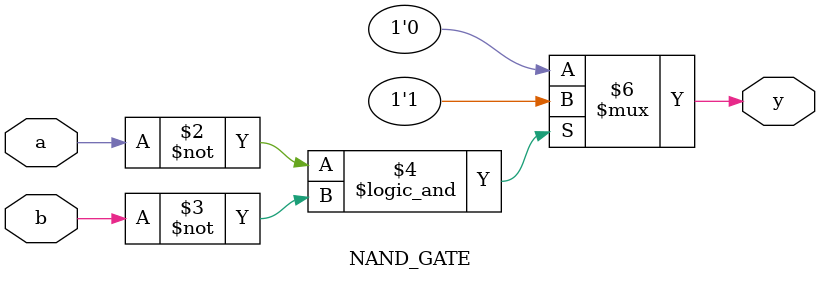
<source format=sv>
module NAND_GATE(a,b,y);
  input a,b;
  output reg y;
  
  always@(a or b)
    
    begin
      if(a==0 && b==0) begin
        y=1;
      end 
      else begin
        y=0;
      end
    end
endmodule
</source>
